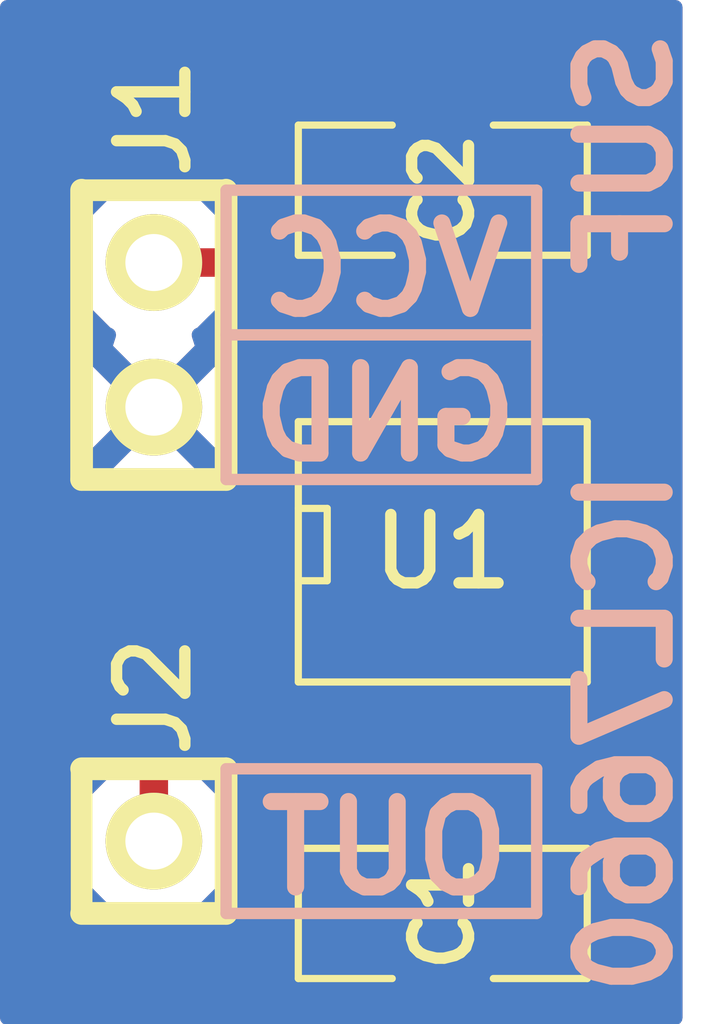
<source format=kicad_pcb>
(kicad_pcb (version 3) (host pcbnew "(2013-07-07 BZR 4022)-stable")

  (general
    (links 7)
    (no_connects 0)
    (area 48.9966 50 62.000001 68.4784)
    (thickness 1.6)
    (drawings 13)
    (tracks 24)
    (zones 0)
    (modules 5)
    (nets 6)
  )

  (page A3)
  (layers
    (15 F.Cu signal)
    (0 B.Cu signal)
    (16 B.Adhes user)
    (17 F.Adhes user)
    (18 B.Paste user)
    (19 F.Paste user)
    (20 B.SilkS user)
    (21 F.SilkS user)
    (22 B.Mask user)
    (23 F.Mask user)
    (24 Dwgs.User user)
    (25 Cmts.User user)
    (26 Eco1.User user)
    (27 Eco2.User user)
    (28 Edge.Cuts user)
  )

  (setup
    (last_trace_width 0.254)
    (user_trace_width 0.5)
    (trace_clearance 0.254)
    (zone_clearance 0.5)
    (zone_45_only yes)
    (trace_min 0.254)
    (segment_width 0.2)
    (edge_width 0.1)
    (via_size 0.889)
    (via_drill 0.635)
    (via_min_size 0.889)
    (via_min_drill 0.508)
    (uvia_size 0.508)
    (uvia_drill 0.127)
    (uvias_allowed no)
    (uvia_min_size 0.508)
    (uvia_min_drill 0.127)
    (pcb_text_width 0.3)
    (pcb_text_size 1.5 1.5)
    (mod_edge_width 0.15)
    (mod_text_size 1 1)
    (mod_text_width 0.15)
    (pad_size 1.5 1.5)
    (pad_drill 0.6)
    (pad_to_mask_clearance 0)
    (aux_axis_origin 0 0)
    (visible_elements 7FFFFFFF)
    (pcbplotparams
      (layerselection 3178497)
      (usegerberextensions true)
      (excludeedgelayer true)
      (linewidth 0.150000)
      (plotframeref false)
      (viasonmask false)
      (mode 1)
      (useauxorigin false)
      (hpglpennumber 1)
      (hpglpenspeed 20)
      (hpglpendiameter 15)
      (hpglpenoverlay 2)
      (psnegative false)
      (psa4output false)
      (plotreference true)
      (plotvalue true)
      (plotothertext true)
      (plotinvisibletext false)
      (padsonsilk false)
      (subtractmaskfromsilk false)
      (outputformat 1)
      (mirror false)
      (drillshape 1)
      (scaleselection 1)
      (outputdirectory ""))
  )

  (net 0 "")
  (net 1 GND)
  (net 2 N-000001)
  (net 3 N-000002)
  (net 4 N-000004)
  (net 5 VCC)

  (net_class Default "This is the default net class."
    (clearance 0.254)
    (trace_width 0.254)
    (via_dia 0.889)
    (via_drill 0.635)
    (uvia_dia 0.508)
    (uvia_drill 0.127)
    (add_net "")
    (add_net GND)
    (add_net N-000001)
    (add_net N-000002)
    (add_net N-000004)
    (add_net VCC)
  )

  (module SOIC-8 (layer F.Cu) (tedit 540F4F5A) (tstamp 5413039F)
    (at 57.785 59.69)
    (descr "Module CMS SOJ 8 pins large")
    (tags "CMS SOJ")
    (path /540E1141)
    (attr smd)
    (fp_text reference U1 (at 0 0) (layer F.SilkS)
      (effects (font (size 1.2 1.2) (thickness 0.2)))
    )
    (fp_text value ICL7660S (at 0 1.27) (layer F.SilkS) hide
      (effects (font (size 1.00076 0.8001) (thickness 0.127)))
    )
    (fp_line (start -2.54 -2.286) (end 2.54 -2.286) (layer F.SilkS) (width 0.127))
    (fp_line (start 2.54 -2.286) (end 2.54 2.286) (layer F.SilkS) (width 0.127))
    (fp_line (start 2.54 2.286) (end -2.54 2.286) (layer F.SilkS) (width 0.127))
    (fp_line (start -2.54 2.286) (end -2.54 -2.286) (layer F.SilkS) (width 0.127))
    (fp_line (start -2.54 -0.762) (end -2.032 -0.762) (layer F.SilkS) (width 0.127))
    (fp_line (start -2.032 -0.762) (end -2.032 0.508) (layer F.SilkS) (width 0.127))
    (fp_line (start -2.032 0.508) (end -2.54 0.508) (layer F.SilkS) (width 0.127))
    (pad 8 smd rect (at -1.905 -3.175) (size 0.508 1.50114)
      (layers F.Cu F.Paste F.Mask)
      (net 5 VCC)
    )
    (pad 7 smd rect (at -0.635 -3.175) (size 0.508 1.50114)
      (layers F.Cu F.Paste F.Mask)
    )
    (pad 6 smd rect (at 0.635 -3.175) (size 0.508 1.50114)
      (layers F.Cu F.Paste F.Mask)
    )
    (pad 5 smd rect (at 1.905 -3.175) (size 0.508 1.50114)
      (layers F.Cu F.Paste F.Mask)
      (net 4 N-000004)
    )
    (pad 4 smd rect (at 1.905 3.175) (size 0.508 1.50114)
      (layers F.Cu F.Paste F.Mask)
      (net 3 N-000002)
    )
    (pad 3 smd rect (at 0.635 3.175) (size 0.508 1.50114)
      (layers F.Cu F.Paste F.Mask)
      (net 1 GND)
    )
    (pad 2 smd rect (at -0.635 3.175) (size 0.508 1.50114)
      (layers F.Cu F.Paste F.Mask)
      (net 2 N-000001)
    )
    (pad 1 smd rect (at -1.905 3.175) (size 0.508 1.50114)
      (layers F.Cu F.Paste F.Mask)
    )
    (model smd/cms_so8.wrl
      (at (xyz 0 0 0))
      (scale (xyz 0.5 0.38 0.5))
      (rotate (xyz 0 0 0))
    )
  )

  (module SM1206 (layer F.Cu) (tedit 540F4F95) (tstamp 541303AB)
    (at 57.785 66.04)
    (path /540E1459)
    (attr smd)
    (fp_text reference C1 (at 0 0 90) (layer F.SilkS)
      (effects (font (size 1 1) (thickness 0.2)))
    )
    (fp_text value 10uF/16V (at 0 0) (layer F.SilkS) hide
      (effects (font (size 0.762 0.762) (thickness 0.127)))
    )
    (fp_line (start -2.54 -1.143) (end -2.54 1.143) (layer F.SilkS) (width 0.127))
    (fp_line (start -2.54 1.143) (end -0.889 1.143) (layer F.SilkS) (width 0.127))
    (fp_line (start 0.889 -1.143) (end 2.54 -1.143) (layer F.SilkS) (width 0.127))
    (fp_line (start 2.54 -1.143) (end 2.54 1.143) (layer F.SilkS) (width 0.127))
    (fp_line (start 2.54 1.143) (end 0.889 1.143) (layer F.SilkS) (width 0.127))
    (fp_line (start -0.889 -1.143) (end -2.54 -1.143) (layer F.SilkS) (width 0.127))
    (pad 1 smd rect (at -1.651 0) (size 1.524 2.032)
      (layers F.Cu F.Paste F.Mask)
      (net 2 N-000001)
    )
    (pad 2 smd rect (at 1.651 0) (size 1.524 2.032)
      (layers F.Cu F.Paste F.Mask)
      (net 3 N-000002)
    )
    (model smd/chip_cms.wrl
      (at (xyz 0 0 0))
      (scale (xyz 0.17 0.16 0.16))
      (rotate (xyz 0 0 0))
    )
  )

  (module SM1206 (layer F.Cu) (tedit 540F4F85) (tstamp 541303B7)
    (at 57.785 53.34 180)
    (path /540E1468)
    (attr smd)
    (fp_text reference C2 (at 0 0 270) (layer F.SilkS)
      (effects (font (size 1 1) (thickness 0.2)))
    )
    (fp_text value 10uF/16V (at 0 0 180) (layer F.SilkS) hide
      (effects (font (size 0.762 0.762) (thickness 0.127)))
    )
    (fp_line (start -2.54 -1.143) (end -2.54 1.143) (layer F.SilkS) (width 0.127))
    (fp_line (start -2.54 1.143) (end -0.889 1.143) (layer F.SilkS) (width 0.127))
    (fp_line (start 0.889 -1.143) (end 2.54 -1.143) (layer F.SilkS) (width 0.127))
    (fp_line (start 2.54 -1.143) (end 2.54 1.143) (layer F.SilkS) (width 0.127))
    (fp_line (start 2.54 1.143) (end 0.889 1.143) (layer F.SilkS) (width 0.127))
    (fp_line (start -0.889 -1.143) (end -2.54 -1.143) (layer F.SilkS) (width 0.127))
    (pad 1 smd rect (at -1.651 0 180) (size 1.524 2.032)
      (layers F.Cu F.Paste F.Mask)
      (net 4 N-000004)
    )
    (pad 2 smd rect (at 1.651 0 180) (size 1.524 2.032)
      (layers F.Cu F.Paste F.Mask)
      (net 1 GND)
    )
    (model smd/chip_cms.wrl
      (at (xyz 0 0 0))
      (scale (xyz 0.17 0.16 0.16))
      (rotate (xyz 0 0 0))
    )
  )

  (module HDR-2 (layer F.Cu) (tedit 540F4FD4) (tstamp 541303C1)
    (at 52.705 55.88 270)
    (path /540E15A4)
    (fp_text reference J1 (at -3.81 0 270) (layer F.SilkS)
      (effects (font (size 1.2 1.2) (thickness 0.2)))
    )
    (fp_text value PWR (at 0 2.54 270) (layer F.SilkS) hide
      (effects (font (size 1.524 1.524) (thickness 0.3048)))
    )
    (fp_line (start -2.54 1.27) (end 2.54 1.27) (layer F.SilkS) (width 0.39878))
    (fp_line (start -2.54 -1.27) (end 2.54 -1.27) (layer F.SilkS) (width 0.39878))
    (fp_line (start 2.54 -1.27) (end 2.54 1.27) (layer F.SilkS) (width 0.39878))
    (fp_line (start -2.54 -1.27) (end -2.54 1.27) (layer F.SilkS) (width 0.381))
    (pad 1 thru_hole circle (at -1.27 0 270) (size 1.69926 1.69926) (drill 1.00076)
      (layers *.Cu *.Mask F.SilkS)
      (net 5 VCC)
    )
    (pad 2 thru_hole circle (at 1.27 0 270) (size 1.69926 1.69926) (drill 1.00076)
      (layers *.Cu *.Mask F.SilkS)
      (net 1 GND)
    )
  )

  (module HDR-1 (layer F.Cu) (tedit 540F4FB9) (tstamp 541B400C)
    (at 52.705 64.77)
    (path /540E15E4)
    (fp_text reference J2 (at 0 -2.54 90) (layer F.SilkS)
      (effects (font (size 1.2 1.2) (thickness 0.2)))
    )
    (fp_text value OUT (at 0 2.54) (layer F.SilkS) hide
      (effects (font (size 1.524 1.524) (thickness 0.3048)))
    )
    (fp_line (start -1.27 1.27) (end 1.27 1.27) (layer F.SilkS) (width 0.39878))
    (fp_line (start -1.27 -1.27) (end 1.27 -1.27) (layer F.SilkS) (width 0.39878))
    (fp_line (start 1.27 -1.27) (end 1.27 1.27) (layer F.SilkS) (width 0.39878))
    (fp_line (start -1.27 -1.27) (end -1.27 1.27) (layer F.SilkS) (width 0.381))
    (pad 1 thru_hole circle (at 0 0) (size 1.69926 1.69926) (drill 1.00076)
      (layers *.Cu *.Mask F.SilkS)
      (net 4 N-000004)
    )
  )

  (gr_line (start 53.975 66.04) (end 53.975 63.5) (angle 90) (layer B.SilkS) (width 0.2))
  (gr_line (start 59.436 66.04) (end 53.975 66.04) (angle 90) (layer B.SilkS) (width 0.2))
  (gr_line (start 59.436 63.5) (end 59.436 66.04) (angle 90) (layer B.SilkS) (width 0.2))
  (gr_line (start 53.975 63.5) (end 59.436 63.5) (angle 90) (layer B.SilkS) (width 0.2))
  (gr_line (start 53.975 55.88) (end 59.436 55.88) (angle 90) (layer B.SilkS) (width 0.2))
  (gr_line (start 59.436 53.34) (end 53.975 53.34) (angle 90) (layer B.SilkS) (width 0.2))
  (gr_line (start 59.436 58.42) (end 59.436 53.34) (angle 90) (layer B.SilkS) (width 0.2))
  (gr_line (start 53.975 58.42) (end 59.436 58.42) (angle 90) (layer B.SilkS) (width 0.2))
  (gr_line (start 53.975 53.34) (end 53.975 58.42) (angle 90) (layer B.SilkS) (width 0.2))
  (gr_text "SUF   ICL7660" (at 61 59 90) (layer B.SilkS)
    (effects (font (size 1.5 1.5) (thickness 0.3)) (justify mirror))
  )
  (gr_text OUT (at 56.769 64.897) (layer B.SilkS)
    (effects (font (size 1.5 1.5) (thickness 0.3)) (justify mirror))
  )
  (gr_text VCC (at 56.769 54.737) (layer B.SilkS)
    (effects (font (size 1.5 1.5) (thickness 0.3)) (justify mirror))
  )
  (gr_text GND (at 56.769 57.277) (layer B.SilkS)
    (effects (font (size 1.5 1.5) (thickness 0.3)) (justify mirror))
  )

  (segment (start 56.134 53.34) (end 56.134 50.8) (width 0.5) (layer F.Cu) (net 1))
  (segment (start 56.134 50.8) (end 55.88 50.8) (width 0.5) (layer F.Cu) (net 1) (tstamp 54130511))
  (segment (start 58.42 62.865) (end 58.42 61.595) (width 0.5) (layer F.Cu) (net 1))
  (segment (start 50.8 55.245) (end 52.705 57.15) (width 0.5) (layer F.Cu) (net 1) (tstamp 5413050E))
  (segment (start 50.8 52.705) (end 50.8 55.245) (width 0.5) (layer F.Cu) (net 1) (tstamp 5413050D))
  (segment (start 52.705 50.8) (end 50.8 52.705) (width 0.5) (layer F.Cu) (net 1) (tstamp 5413050C))
  (segment (start 60.325 50.8) (end 55.88 50.8) (width 0.5) (layer F.Cu) (net 1) (tstamp 5413050B))
  (segment (start 55.88 50.8) (end 52.705 50.8) (width 0.5) (layer F.Cu) (net 1) (tstamp 54130514))
  (segment (start 61.595 52.07) (end 60.325 50.8) (width 0.5) (layer F.Cu) (net 1) (tstamp 5413050A))
  (segment (start 61.595 58.42) (end 61.595 52.07) (width 0.5) (layer F.Cu) (net 1) (tstamp 54130508))
  (segment (start 58.42 61.595) (end 61.595 58.42) (width 0.5) (layer F.Cu) (net 1) (tstamp 54130507))
  (segment (start 57.15 62.865) (end 57.15 65.024) (width 0.5) (layer F.Cu) (net 2))
  (segment (start 57.15 65.024) (end 56.134 66.04) (width 0.5) (layer F.Cu) (net 2) (tstamp 541304F9))
  (segment (start 59.69 62.865) (end 59.69 65.786) (width 0.5) (layer F.Cu) (net 3))
  (segment (start 59.69 65.786) (end 59.436 66.04) (width 0.5) (layer F.Cu) (net 3) (tstamp 541304F6))
  (segment (start 52.705 64.77) (end 52.705 62.23) (width 0.5) (layer F.Cu) (net 4))
  (segment (start 59.69 57.785) (end 59.69 56.515) (width 0.5) (layer F.Cu) (net 4) (tstamp 54130501))
  (segment (start 57.785 59.69) (end 59.69 57.785) (width 0.5) (layer F.Cu) (net 4) (tstamp 54130500))
  (segment (start 55.245 59.69) (end 57.785 59.69) (width 0.5) (layer F.Cu) (net 4) (tstamp 541304FE))
  (segment (start 52.705 62.23) (end 55.245 59.69) (width 0.5) (layer F.Cu) (net 4) (tstamp 541304FC))
  (segment (start 59.69 56.515) (end 59.69 53.594) (width 0.5) (layer F.Cu) (net 4))
  (segment (start 59.69 53.594) (end 59.436 53.34) (width 0.5) (layer F.Cu) (net 4) (tstamp 541304F3))
  (segment (start 52.705 54.61) (end 53.975 54.61) (width 0.5) (layer F.Cu) (net 5))
  (segment (start 53.975 54.61) (end 55.88 56.515) (width 0.5) (layer F.Cu) (net 5) (tstamp 54130504))

  (zone (net 1) (net_name GND) (layer F.Cu) (tstamp 54130524) (hatch edge 0.508)
    (connect_pads (clearance 0.5))
    (min_thickness 0.254)
    (fill (arc_segments 16) (thermal_gap 0.508) (thermal_bridge_width 0.508))
    (polygon
      (pts
        (xy 62 68) (xy 50 68) (xy 50 50) (xy 62 50)
      )
    )
    (filled_polygon
      (pts
        (xy 61.873 67.873) (xy 60.825108 67.873) (xy 60.825108 66.931829) (xy 60.825108 64.899829) (xy 60.825108 54.231829)
        (xy 60.825108 52.199829) (xy 60.729854 51.969297) (xy 60.55363 51.792766) (xy 60.323265 51.69711) (xy 60.073829 51.696892)
        (xy 58.549829 51.696892) (xy 58.319297 51.792146) (xy 58.142766 51.96837) (xy 58.04711 52.198735) (xy 58.046892 52.448171)
        (xy 58.046892 54.480171) (xy 58.142146 54.710703) (xy 58.31837 54.887234) (xy 58.548735 54.98289) (xy 58.798171 54.983108)
        (xy 58.813 54.983108) (xy 58.813 55.143243) (xy 58.799265 55.13754) (xy 58.549829 55.137322) (xy 58.041829 55.137322)
        (xy 57.811297 55.232576) (xy 57.785108 55.258718) (xy 57.75963 55.233196) (xy 57.53111 55.138306) (xy 57.53111 54.230245)
        (xy 57.53111 52.449755) (xy 57.530889 52.197136) (xy 57.434013 51.963832) (xy 57.255229 51.785359) (xy 57.021755 51.68889)
        (xy 56.41975 51.689) (xy 56.261 51.84775) (xy 56.261 53.213) (xy 57.37225 53.213) (xy 57.531 53.05425)
        (xy 57.53111 52.449755) (xy 57.53111 54.230245) (xy 57.531 53.62575) (xy 57.37225 53.467) (xy 56.261 53.467)
        (xy 56.261 54.83225) (xy 56.41975 54.991) (xy 57.021755 54.99111) (xy 57.255229 54.894641) (xy 57.434013 54.716168)
        (xy 57.530889 54.482864) (xy 57.53111 54.230245) (xy 57.53111 55.138306) (xy 57.529265 55.13754) (xy 57.279829 55.137322)
        (xy 56.771829 55.137322) (xy 56.541297 55.232576) (xy 56.515108 55.258718) (xy 56.48963 55.233196) (xy 56.259265 55.13754)
        (xy 56.009829 55.137322) (xy 55.742587 55.137322) (xy 55.596311 54.991046) (xy 55.84825 54.991) (xy 56.007 54.83225)
        (xy 56.007 53.467) (xy 56.007 53.213) (xy 56.007 51.84775) (xy 55.84825 51.689) (xy 55.246245 51.68889)
        (xy 55.012771 51.785359) (xy 54.833987 51.963832) (xy 54.737111 52.197136) (xy 54.73689 52.449755) (xy 54.737 53.05425)
        (xy 54.89575 53.213) (xy 56.007 53.213) (xy 56.007 53.467) (xy 54.89575 53.467) (xy 54.737 53.62575)
        (xy 54.736907 54.131642) (xy 54.595133 53.989867) (xy 54.310613 53.799758) (xy 53.975 53.733) (xy 53.915977 53.733)
        (xy 53.542535 53.358905) (xy 53.000008 53.133628) (xy 52.412569 53.133115) (xy 51.86965 53.357445) (xy 51.453905 53.772465)
        (xy 51.228628 54.314992) (xy 51.228115 54.902431) (xy 51.452445 55.44535) (xy 51.867465 55.861095) (xy 51.913155 55.880067)
        (xy 51.840916 56.10631) (xy 52.705 56.970395) (xy 53.569084 56.10631) (xy 53.496975 55.880477) (xy 53.54035 55.862555)
        (xy 53.764014 55.63928) (xy 54.998892 56.874157) (xy 54.998892 57.389741) (xy 55.094146 57.620273) (xy 55.27037 57.796804)
        (xy 55.500735 57.89246) (xy 55.750171 57.892678) (xy 56.258171 57.892678) (xy 56.488703 57.797424) (xy 56.514891 57.771281)
        (xy 56.54037 57.796804) (xy 56.770735 57.89246) (xy 57.020171 57.892678) (xy 57.528171 57.892678) (xy 57.758703 57.797424)
        (xy 57.784891 57.771281) (xy 57.81037 57.796804) (xy 58.040735 57.89246) (xy 58.290171 57.892678) (xy 58.342056 57.892678)
        (xy 57.421734 58.813) (xy 55.245 58.813) (xy 54.909386 58.879758) (xy 54.795424 58.955905) (xy 54.624867 59.069867)
        (xy 54.624864 59.06987) (xy 54.201348 59.493386) (xy 54.201348 57.378632) (xy 54.174939 56.788601) (xy 53.999952 56.366144)
        (xy 53.74869 56.285916) (xy 52.884605 57.15) (xy 53.74869 58.014084) (xy 53.999952 57.933856) (xy 54.201348 57.378632)
        (xy 54.201348 59.493386) (xy 53.569084 60.12565) (xy 53.569084 58.19369) (xy 52.705 57.329605) (xy 52.525395 57.50921)
        (xy 52.525395 57.15) (xy 51.66131 56.285916) (xy 51.410048 56.366144) (xy 51.208652 56.921368) (xy 51.235061 57.511399)
        (xy 51.410048 57.933856) (xy 51.66131 58.014084) (xy 52.525395 57.15) (xy 52.525395 57.50921) (xy 51.840916 58.19369)
        (xy 51.921144 58.444952) (xy 52.476368 58.646348) (xy 53.066399 58.619939) (xy 53.488856 58.444952) (xy 53.569084 58.19369)
        (xy 53.569084 60.12565) (xy 52.084867 61.609867) (xy 51.894758 61.894387) (xy 51.828 62.23) (xy 51.828 63.559022)
        (xy 51.453905 63.932465) (xy 51.228628 64.474992) (xy 51.228115 65.062431) (xy 51.452445 65.60535) (xy 51.867465 66.021095)
        (xy 52.409992 66.246372) (xy 52.997431 66.246885) (xy 53.54035 66.022555) (xy 53.956095 65.607535) (xy 54.181372 65.065008)
        (xy 54.181885 64.477569) (xy 53.957555 63.93465) (xy 53.582 63.558438) (xy 53.582 62.593265) (xy 55.608265 60.567)
        (xy 57.785 60.567) (xy 58.120613 60.500242) (xy 58.405133 60.310133) (xy 60.310129 58.405135) (xy 60.310132 58.405133)
        (xy 60.310133 58.405133) (xy 60.500241 58.120614) (xy 60.500242 58.120613) (xy 60.55372 57.851759) (xy 60.567 57.785001)
        (xy 60.566999 57.785) (xy 60.567 57.785) (xy 60.567 57.400203) (xy 60.57089 57.390835) (xy 60.571108 57.141399)
        (xy 60.571108 55.640259) (xy 60.567 55.630316) (xy 60.567 54.873581) (xy 60.729234 54.71163) (xy 60.82489 54.481265)
        (xy 60.825108 54.231829) (xy 60.825108 64.899829) (xy 60.729854 64.669297) (xy 60.567 64.506159) (xy 60.567 63.750203)
        (xy 60.57089 63.740835) (xy 60.571108 63.491399) (xy 60.571108 61.990259) (xy 60.475854 61.759727) (xy 60.29963 61.583196)
        (xy 60.069265 61.48754) (xy 59.819829 61.487322) (xy 59.311829 61.487322) (xy 59.081297 61.582576) (xy 59.060662 61.603174)
        (xy 59.033229 61.575789) (xy 58.799755 61.47932) (xy 58.70575 61.47943) (xy 58.547 61.63818) (xy 58.547 62.738)
        (xy 58.567 62.738) (xy 58.567 62.992) (xy 58.547 62.992) (xy 58.547 64.09182) (xy 58.70575 64.25057)
        (xy 58.799755 64.25068) (xy 58.813 64.245207) (xy 58.813 64.396892) (xy 58.549829 64.396892) (xy 58.319297 64.492146)
        (xy 58.293 64.518397) (xy 58.293 64.09182) (xy 58.293 62.992) (xy 58.273 62.992) (xy 58.273 62.738)
        (xy 58.293 62.738) (xy 58.293 61.63818) (xy 58.13425 61.47943) (xy 58.040245 61.47932) (xy 57.806771 61.575789)
        (xy 57.779455 61.603056) (xy 57.75963 61.583196) (xy 57.529265 61.48754) (xy 57.279829 61.487322) (xy 56.771829 61.487322)
        (xy 56.541297 61.582576) (xy 56.515108 61.608718) (xy 56.48963 61.583196) (xy 56.259265 61.48754) (xy 56.009829 61.487322)
        (xy 55.501829 61.487322) (xy 55.271297 61.582576) (xy 55.094766 61.7588) (xy 54.99911 61.989165) (xy 54.998892 62.238601)
        (xy 54.998892 63.739741) (xy 55.094146 63.970273) (xy 55.27037 64.146804) (xy 55.500735 64.24246) (xy 55.750171 64.242678)
        (xy 56.258171 64.242678) (xy 56.273 64.23655) (xy 56.273 64.396892) (xy 55.247829 64.396892) (xy 55.017297 64.492146)
        (xy 54.840766 64.66837) (xy 54.74511 64.898735) (xy 54.744892 65.148171) (xy 54.744892 67.180171) (xy 54.840146 67.410703)
        (xy 55.01637 67.587234) (xy 55.246735 67.68289) (xy 55.496171 67.683108) (xy 57.020171 67.683108) (xy 57.250703 67.587854)
        (xy 57.427234 67.41163) (xy 57.52289 67.181265) (xy 57.523108 66.931829) (xy 57.523108 65.891157) (xy 57.770129 65.644135)
        (xy 57.770132 65.644133) (xy 57.770133 65.644133) (xy 57.960241 65.359614) (xy 57.960242 65.359613) (xy 58.01372 65.090759)
        (xy 58.027 65.024001) (xy 58.026999 65.024) (xy 58.027 65.024) (xy 58.027 64.245207) (xy 58.040245 64.25068)
        (xy 58.13425 64.25057) (xy 58.293 64.09182) (xy 58.293 64.518397) (xy 58.142766 64.66837) (xy 58.04711 64.898735)
        (xy 58.046892 65.148171) (xy 58.046892 67.180171) (xy 58.142146 67.410703) (xy 58.31837 67.587234) (xy 58.548735 67.68289)
        (xy 58.798171 67.683108) (xy 60.322171 67.683108) (xy 60.552703 67.587854) (xy 60.729234 67.41163) (xy 60.82489 67.181265)
        (xy 60.825108 66.931829) (xy 60.825108 67.873) (xy 50.127 67.873) (xy 50.127 50.127) (xy 61.873 50.127)
        (xy 61.873 67.873)
      )
    )
  )
  (zone (net 1) (net_name GND) (layer B.Cu) (tstamp 5413052C) (hatch edge 0.508)
    (connect_pads (clearance 0.5))
    (min_thickness 0.254)
    (fill (arc_segments 16) (thermal_gap 0.508) (thermal_bridge_width 0.508))
    (polygon
      (pts
        (xy 62 68) (xy 50 68) (xy 50 50) (xy 62 50)
      )
    )
    (filled_polygon
      (pts
        (xy 61.873 67.873) (xy 54.201348 67.873) (xy 54.201348 57.378632) (xy 54.181885 56.943788) (xy 54.181885 54.317569)
        (xy 53.957555 53.77465) (xy 53.542535 53.358905) (xy 53.000008 53.133628) (xy 52.412569 53.133115) (xy 51.86965 53.357445)
        (xy 51.453905 53.772465) (xy 51.228628 54.314992) (xy 51.228115 54.902431) (xy 51.452445 55.44535) (xy 51.867465 55.861095)
        (xy 51.913155 55.880067) (xy 51.840916 56.10631) (xy 52.705 56.970395) (xy 53.569084 56.10631) (xy 53.496975 55.880477)
        (xy 53.54035 55.862555) (xy 53.956095 55.447535) (xy 54.181372 54.905008) (xy 54.181885 54.317569) (xy 54.181885 56.943788)
        (xy 54.174939 56.788601) (xy 53.999952 56.366144) (xy 53.74869 56.285916) (xy 52.884605 57.15) (xy 53.74869 58.014084)
        (xy 53.999952 57.933856) (xy 54.201348 57.378632) (xy 54.201348 67.873) (xy 54.181885 67.873) (xy 54.181885 64.477569)
        (xy 53.957555 63.93465) (xy 53.569084 63.5455) (xy 53.569084 58.19369) (xy 52.705 57.329605) (xy 52.525395 57.50921)
        (xy 52.525395 57.15) (xy 51.66131 56.285916) (xy 51.410048 56.366144) (xy 51.208652 56.921368) (xy 51.235061 57.511399)
        (xy 51.410048 57.933856) (xy 51.66131 58.014084) (xy 52.525395 57.15) (xy 52.525395 57.50921) (xy 51.840916 58.19369)
        (xy 51.921144 58.444952) (xy 52.476368 58.646348) (xy 53.066399 58.619939) (xy 53.488856 58.444952) (xy 53.569084 58.19369)
        (xy 53.569084 63.5455) (xy 53.542535 63.518905) (xy 53.000008 63.293628) (xy 52.412569 63.293115) (xy 51.86965 63.517445)
        (xy 51.453905 63.932465) (xy 51.228628 64.474992) (xy 51.228115 65.062431) (xy 51.452445 65.60535) (xy 51.867465 66.021095)
        (xy 52.409992 66.246372) (xy 52.997431 66.246885) (xy 53.54035 66.022555) (xy 53.956095 65.607535) (xy 54.181372 65.065008)
        (xy 54.181885 64.477569) (xy 54.181885 67.873) (xy 50.127 67.873) (xy 50.127 50.127) (xy 61.873 50.127)
        (xy 61.873 67.873)
      )
    )
  )
)

</source>
